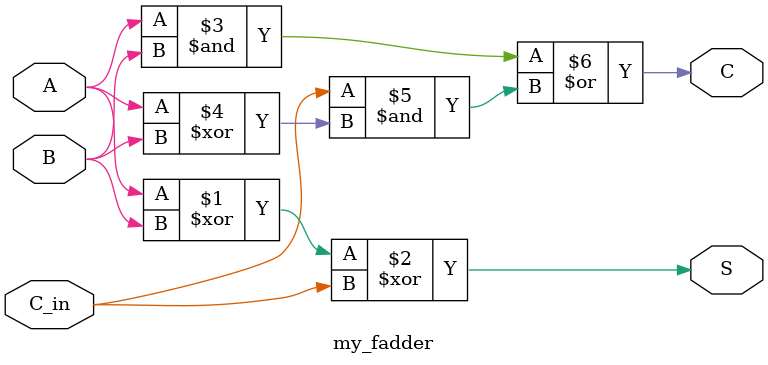
<source format=v>
`timescale 1ns / 1ps


module my_fadder(
    input A,
    input B,
    input C_in,
    output S,
    output C
    );
    
    
    assign S = A^B^C_in;
    assign C = (A&B) | (C_in&(A^B));
endmodule

</source>
